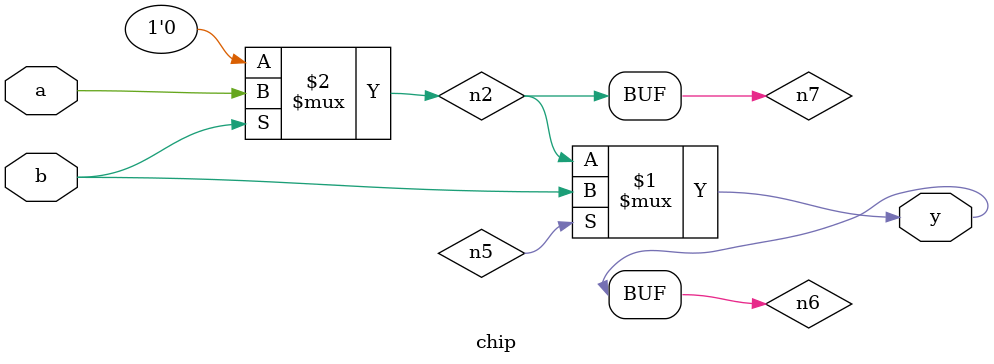
<source format=v>

module chip (output y, input b, input a);

wire y;
// (8, 13, 'sp4_r_v_b_41')
// (8, 14, 'sp4_r_v_b_28')
// (8, 15, 'sp4_r_v_b_17')
// (8, 16, 'sp4_r_v_b_4')
// (9, 12, 'sp4_h_r_4')
// (9, 12, 'sp4_v_t_41')
// (9, 13, 'sp4_v_b_41')
// (9, 14, 'sp4_v_b_28')
// (9, 15, 'sp4_v_b_17')
// (9, 16, 'sp4_h_r_11')
// (9, 16, 'sp4_v_b_4')
// (10, 12, 'sp4_h_r_17')
// (10, 16, 'sp4_h_r_22')
// (11, 12, 'sp4_h_r_28')
// (11, 15, 'neigh_op_tnr_7')
// (11, 16, 'neigh_op_rgt_7')
// (11, 16, 'sp4_h_r_35')
// (11, 17, 'logic_op_bnr_7')
// (12, 12, 'sp4_h_r_41')
// (12, 15, 'neigh_op_top_7')
// (12, 16, 'lutff_7/out')
// (12, 16, 'sp4_h_r_46')
// (12, 17, 'logic_op_bot_7')
// (13, 12, 'io_1/D_OUT_0')
// (13, 12, 'io_1/PAD')
// (13, 12, 'local_g0_1')
// (13, 12, 'span4_horz_41')
// (13, 15, 'logic_op_tnl_7')
// (13, 16, 'logic_op_lft_7')
// (13, 16, 'span4_horz_46')

wire n2;
// (11, 15, 'neigh_op_tnr_4')
// (11, 16, 'neigh_op_rgt_4')
// (11, 17, 'logic_op_bnr_4')
// (12, 15, 'neigh_op_top_4')
// (12, 16, 'local_g1_4')
// (12, 16, 'lutff_4/out')
// (12, 16, 'lutff_7/in_2')
// (12, 17, 'logic_op_bot_4')
// (13, 15, 'logic_op_tnl_4')
// (13, 16, 'logic_op_lft_4')

wire b;
// (11, 16, 'neigh_op_tnr_0')
// (11, 16, 'neigh_op_tnr_4')
// (12, 16, 'local_g0_0')
// (12, 16, 'local_g1_0')
// (12, 16, 'lutff_4/in_3')
// (12, 16, 'lutff_7/in_1')
// (12, 16, 'neigh_op_top_0')
// (12, 16, 'neigh_op_top_4')
// (12, 17, 'io_0/D_IN_0')
// (12, 17, 'io_0/PAD')

wire a;
// (11, 16, 'neigh_op_tnr_2')
// (11, 16, 'neigh_op_tnr_6')
// (12, 16, 'local_g0_2')
// (12, 16, 'lutff_4/in_2')
// (12, 16, 'neigh_op_top_2')
// (12, 16, 'neigh_op_top_6')
// (12, 17, 'io_1/D_IN_0')
// (12, 17, 'io_1/PAD')

wire n5;
// (12, 16, 'local_g2_2')
// (12, 16, 'lutff_7/in_3')

wire n6;
// (12, 16, 'lutff_7/lout')

wire n7;
// (12, 16, 'lutff_4/lout')

assign n6 = /* LUT   12 16  7 */ (n5 ? b : n2);
assign n7 = /* LUT   12 16  4 */ (b ? a : 1'b0);
/* FF 12 16  7 */ assign y = n6;
/* FF 12 16  4 */ assign n2 = n7;

endmodule


</source>
